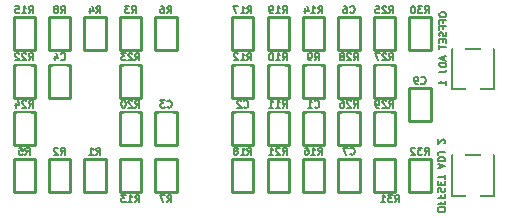
<source format=gbo>
G04 (created by PCBNEW (2013-07-07 BZR 4022)-stable) date 2014-07-07 10:16:25 AM*
%MOIN*%
G04 Gerber Fmt 3.4, Leading zero omitted, Abs format*
%FSLAX34Y34*%
G01*
G70*
G90*
G04 APERTURE LIST*
%ADD10C,0.00590551*%
%ADD11C,0.006*%
%ADD12C,0.01*%
%ADD13R,0.045X0.032*%
%ADD14O,0.0531496X0.15748*%
%ADD15R,0.0393701X0.0492126*%
%ADD16R,0.0472441X0.0492126*%
G04 APERTURE END LIST*
G54D10*
G54D11*
X36068Y-46823D02*
X36068Y-46777D01*
X36056Y-46755D01*
X36033Y-46732D01*
X35988Y-46720D01*
X35908Y-46720D01*
X35862Y-46732D01*
X35839Y-46755D01*
X35828Y-46777D01*
X35828Y-46823D01*
X35839Y-46846D01*
X35862Y-46869D01*
X35908Y-46880D01*
X35988Y-46880D01*
X36033Y-46869D01*
X36056Y-46846D01*
X36068Y-46823D01*
X35953Y-46537D02*
X35953Y-46617D01*
X35828Y-46617D02*
X36068Y-46617D01*
X36068Y-46503D01*
X35953Y-46332D02*
X35953Y-46412D01*
X35828Y-46412D02*
X36068Y-46412D01*
X36068Y-46297D01*
X35839Y-46217D02*
X35828Y-46183D01*
X35828Y-46126D01*
X35839Y-46103D01*
X35850Y-46092D01*
X35873Y-46080D01*
X35896Y-46080D01*
X35919Y-46092D01*
X35930Y-46103D01*
X35942Y-46126D01*
X35953Y-46172D01*
X35965Y-46195D01*
X35976Y-46206D01*
X35999Y-46217D01*
X36022Y-46217D01*
X36045Y-46206D01*
X36056Y-46195D01*
X36068Y-46172D01*
X36068Y-46115D01*
X36056Y-46080D01*
X35953Y-45977D02*
X35953Y-45897D01*
X35828Y-45863D02*
X35828Y-45977D01*
X36068Y-45977D01*
X36068Y-45863D01*
X36068Y-45795D02*
X36068Y-45657D01*
X35828Y-45726D02*
X36068Y-45726D01*
X35896Y-45406D02*
X35896Y-45292D01*
X35828Y-45429D02*
X36068Y-45349D01*
X35828Y-45269D01*
X35828Y-45189D02*
X36068Y-45189D01*
X36068Y-45132D01*
X36056Y-45097D01*
X36033Y-45075D01*
X36010Y-45063D01*
X35965Y-45052D01*
X35930Y-45052D01*
X35885Y-45063D01*
X35862Y-45075D01*
X35839Y-45097D01*
X35828Y-45132D01*
X35828Y-45189D01*
X36068Y-44880D02*
X35896Y-44880D01*
X35862Y-44892D01*
X35839Y-44915D01*
X35828Y-44949D01*
X35828Y-44972D01*
X36045Y-44595D02*
X36056Y-44583D01*
X36068Y-44560D01*
X36068Y-44503D01*
X36056Y-44480D01*
X36045Y-44469D01*
X36022Y-44457D01*
X35999Y-44457D01*
X35965Y-44469D01*
X35828Y-44606D01*
X35828Y-44457D01*
X35880Y-40282D02*
X35880Y-40328D01*
X35892Y-40351D01*
X35915Y-40374D01*
X35960Y-40385D01*
X36040Y-40385D01*
X36086Y-40374D01*
X36109Y-40351D01*
X36120Y-40328D01*
X36120Y-40282D01*
X36109Y-40259D01*
X36086Y-40237D01*
X36040Y-40225D01*
X35960Y-40225D01*
X35915Y-40237D01*
X35892Y-40259D01*
X35880Y-40282D01*
X35995Y-40568D02*
X35995Y-40488D01*
X36120Y-40488D02*
X35880Y-40488D01*
X35880Y-40602D01*
X35995Y-40774D02*
X35995Y-40694D01*
X36120Y-40694D02*
X35880Y-40694D01*
X35880Y-40808D01*
X36109Y-40888D02*
X36120Y-40922D01*
X36120Y-40979D01*
X36109Y-41002D01*
X36097Y-41014D01*
X36075Y-41025D01*
X36052Y-41025D01*
X36029Y-41014D01*
X36017Y-41002D01*
X36006Y-40979D01*
X35995Y-40934D01*
X35983Y-40911D01*
X35972Y-40899D01*
X35949Y-40888D01*
X35926Y-40888D01*
X35903Y-40899D01*
X35892Y-40911D01*
X35880Y-40934D01*
X35880Y-40991D01*
X35892Y-41025D01*
X35995Y-41128D02*
X35995Y-41208D01*
X36120Y-41242D02*
X36120Y-41128D01*
X35880Y-41128D01*
X35880Y-41242D01*
X35880Y-41311D02*
X35880Y-41448D01*
X36120Y-41379D02*
X35880Y-41379D01*
X36052Y-41699D02*
X36052Y-41814D01*
X36120Y-41677D02*
X35880Y-41757D01*
X36120Y-41837D01*
X36120Y-41917D02*
X35880Y-41917D01*
X35880Y-41974D01*
X35892Y-42008D01*
X35915Y-42031D01*
X35937Y-42042D01*
X35983Y-42054D01*
X36017Y-42054D01*
X36063Y-42042D01*
X36086Y-42031D01*
X36109Y-42008D01*
X36120Y-41974D01*
X36120Y-41917D01*
X35880Y-42225D02*
X36052Y-42225D01*
X36086Y-42214D01*
X36109Y-42191D01*
X36120Y-42157D01*
X36120Y-42134D01*
X36120Y-42648D02*
X36120Y-42511D01*
X36120Y-42579D02*
X35880Y-42579D01*
X35915Y-42557D01*
X35937Y-42534D01*
X35949Y-42511D01*
G54D12*
X30157Y-43070D02*
X30157Y-41968D01*
X30157Y-41968D02*
X30866Y-41968D01*
X30866Y-41968D02*
X30866Y-43070D01*
X30866Y-43070D02*
X30157Y-43070D01*
X25236Y-44645D02*
X25236Y-43543D01*
X25236Y-43543D02*
X25944Y-43543D01*
X25944Y-43543D02*
X25944Y-44645D01*
X25944Y-44645D02*
X25236Y-44645D01*
X27125Y-43543D02*
X27125Y-44645D01*
X27125Y-44645D02*
X26417Y-44645D01*
X26417Y-44645D02*
X26417Y-43543D01*
X26417Y-43543D02*
X27125Y-43543D01*
X25236Y-43070D02*
X25236Y-41968D01*
X25236Y-41968D02*
X25944Y-41968D01*
X25944Y-41968D02*
X25944Y-43070D01*
X25944Y-43070D02*
X25236Y-43070D01*
X34409Y-45118D02*
X34409Y-46220D01*
X34409Y-46220D02*
X33700Y-46220D01*
X33700Y-46220D02*
X33700Y-45118D01*
X33700Y-45118D02*
X34409Y-45118D01*
X34409Y-43543D02*
X34409Y-44645D01*
X34409Y-44645D02*
X33700Y-44645D01*
X33700Y-44645D02*
X33700Y-43543D01*
X33700Y-43543D02*
X34409Y-43543D01*
X33700Y-41496D02*
X33700Y-40393D01*
X33700Y-40393D02*
X34409Y-40393D01*
X34409Y-40393D02*
X34409Y-41496D01*
X34409Y-41496D02*
X33700Y-41496D01*
X32519Y-41496D02*
X32519Y-40393D01*
X32519Y-40393D02*
X33228Y-40393D01*
X33228Y-40393D02*
X33228Y-41496D01*
X33228Y-41496D02*
X32519Y-41496D01*
X34409Y-41968D02*
X34409Y-43070D01*
X34409Y-43070D02*
X33700Y-43070D01*
X33700Y-43070D02*
X33700Y-41968D01*
X33700Y-41968D02*
X34409Y-41968D01*
X21692Y-46220D02*
X21692Y-45118D01*
X21692Y-45118D02*
X22401Y-45118D01*
X22401Y-45118D02*
X22401Y-46220D01*
X22401Y-46220D02*
X21692Y-46220D01*
X31338Y-43070D02*
X31338Y-41968D01*
X31338Y-41968D02*
X32047Y-41968D01*
X32047Y-41968D02*
X32047Y-43070D01*
X32047Y-43070D02*
X31338Y-43070D01*
X31338Y-41496D02*
X31338Y-40393D01*
X31338Y-40393D02*
X32047Y-40393D01*
X32047Y-40393D02*
X32047Y-41496D01*
X32047Y-41496D02*
X31338Y-41496D01*
X25236Y-46220D02*
X25236Y-45118D01*
X25236Y-45118D02*
X25944Y-45118D01*
X25944Y-45118D02*
X25944Y-46220D01*
X25944Y-46220D02*
X25236Y-46220D01*
X27125Y-45118D02*
X27125Y-46220D01*
X27125Y-46220D02*
X26417Y-46220D01*
X26417Y-46220D02*
X26417Y-45118D01*
X26417Y-45118D02*
X27125Y-45118D01*
X24055Y-46220D02*
X24055Y-45118D01*
X24055Y-45118D02*
X24763Y-45118D01*
X24763Y-45118D02*
X24763Y-46220D01*
X24763Y-46220D02*
X24055Y-46220D01*
X22874Y-46220D02*
X22874Y-45118D01*
X22874Y-45118D02*
X23582Y-45118D01*
X23582Y-45118D02*
X23582Y-46220D01*
X23582Y-46220D02*
X22874Y-46220D01*
X35590Y-42755D02*
X35590Y-43858D01*
X35590Y-43858D02*
X34881Y-43858D01*
X34881Y-43858D02*
X34881Y-42755D01*
X34881Y-42755D02*
X35590Y-42755D01*
X28976Y-44645D02*
X28976Y-43543D01*
X28976Y-43543D02*
X29685Y-43543D01*
X29685Y-43543D02*
X29685Y-44645D01*
X29685Y-44645D02*
X28976Y-44645D01*
X28976Y-41496D02*
X28976Y-40393D01*
X28976Y-40393D02*
X29685Y-40393D01*
X29685Y-40393D02*
X29685Y-41496D01*
X29685Y-41496D02*
X28976Y-41496D01*
X30866Y-45118D02*
X30866Y-46220D01*
X30866Y-46220D02*
X30157Y-46220D01*
X30157Y-46220D02*
X30157Y-45118D01*
X30157Y-45118D02*
X30866Y-45118D01*
X29685Y-45118D02*
X29685Y-46220D01*
X29685Y-46220D02*
X28976Y-46220D01*
X28976Y-46220D02*
X28976Y-45118D01*
X28976Y-45118D02*
X29685Y-45118D01*
X31338Y-46220D02*
X31338Y-45118D01*
X31338Y-45118D02*
X32047Y-45118D01*
X32047Y-45118D02*
X32047Y-46220D01*
X32047Y-46220D02*
X31338Y-46220D01*
X30866Y-43543D02*
X30866Y-44645D01*
X30866Y-44645D02*
X30157Y-44645D01*
X30157Y-44645D02*
X30157Y-43543D01*
X30157Y-43543D02*
X30866Y-43543D01*
X29685Y-41968D02*
X29685Y-43070D01*
X29685Y-43070D02*
X28976Y-43070D01*
X28976Y-43070D02*
X28976Y-41968D01*
X28976Y-41968D02*
X29685Y-41968D01*
X32519Y-43070D02*
X32519Y-41968D01*
X32519Y-41968D02*
X33228Y-41968D01*
X33228Y-41968D02*
X33228Y-43070D01*
X33228Y-43070D02*
X32519Y-43070D01*
X33228Y-45118D02*
X33228Y-46220D01*
X33228Y-46220D02*
X32519Y-46220D01*
X32519Y-46220D02*
X32519Y-45118D01*
X32519Y-45118D02*
X33228Y-45118D01*
X32519Y-44645D02*
X32519Y-43543D01*
X32519Y-43543D02*
X33228Y-43543D01*
X33228Y-43543D02*
X33228Y-44645D01*
X33228Y-44645D02*
X32519Y-44645D01*
X34881Y-41496D02*
X34881Y-40393D01*
X34881Y-40393D02*
X35590Y-40393D01*
X35590Y-40393D02*
X35590Y-41496D01*
X35590Y-41496D02*
X34881Y-41496D01*
X35590Y-45118D02*
X35590Y-46220D01*
X35590Y-46220D02*
X34881Y-46220D01*
X34881Y-46220D02*
X34881Y-45118D01*
X34881Y-45118D02*
X35590Y-45118D01*
X22401Y-43543D02*
X22401Y-44645D01*
X22401Y-44645D02*
X21692Y-44645D01*
X21692Y-44645D02*
X21692Y-43543D01*
X21692Y-43543D02*
X22401Y-43543D01*
X22874Y-43070D02*
X22874Y-41968D01*
X22874Y-41968D02*
X23582Y-41968D01*
X23582Y-41968D02*
X23582Y-43070D01*
X23582Y-43070D02*
X22874Y-43070D01*
X22401Y-41968D02*
X22401Y-43070D01*
X22401Y-43070D02*
X21692Y-43070D01*
X21692Y-43070D02*
X21692Y-41968D01*
X21692Y-41968D02*
X22401Y-41968D01*
X22401Y-40393D02*
X22401Y-41496D01*
X22401Y-41496D02*
X21692Y-41496D01*
X21692Y-41496D02*
X21692Y-40393D01*
X21692Y-40393D02*
X22401Y-40393D01*
X22874Y-41496D02*
X22874Y-40393D01*
X22874Y-40393D02*
X23582Y-40393D01*
X23582Y-40393D02*
X23582Y-41496D01*
X23582Y-41496D02*
X22874Y-41496D01*
X27125Y-40393D02*
X27125Y-41496D01*
X27125Y-41496D02*
X26417Y-41496D01*
X26417Y-41496D02*
X26417Y-40393D01*
X26417Y-40393D02*
X27125Y-40393D01*
X25236Y-41496D02*
X25236Y-40393D01*
X25236Y-40393D02*
X25944Y-40393D01*
X25944Y-40393D02*
X25944Y-41496D01*
X25944Y-41496D02*
X25236Y-41496D01*
X24055Y-41496D02*
X24055Y-40393D01*
X24055Y-40393D02*
X24763Y-40393D01*
X24763Y-40393D02*
X24763Y-41496D01*
X24763Y-41496D02*
X24055Y-41496D01*
X31338Y-44645D02*
X31338Y-43543D01*
X31338Y-43543D02*
X32047Y-43543D01*
X32047Y-43543D02*
X32047Y-44645D01*
X32047Y-44645D02*
X31338Y-44645D01*
X30157Y-41496D02*
X30157Y-40393D01*
X30157Y-40393D02*
X30866Y-40393D01*
X30866Y-40393D02*
X30866Y-41496D01*
X30866Y-41496D02*
X30157Y-41496D01*
G54D10*
X37716Y-42125D02*
X37716Y-42795D01*
X37716Y-42795D02*
X36299Y-42795D01*
X36299Y-42795D02*
X36299Y-41456D01*
X36299Y-41456D02*
X37716Y-41456D01*
X37716Y-41456D02*
X37716Y-42125D01*
X37716Y-45669D02*
X37716Y-46338D01*
X37716Y-46338D02*
X36299Y-46338D01*
X36299Y-46338D02*
X36299Y-45000D01*
X36299Y-45000D02*
X37716Y-45000D01*
X37716Y-45000D02*
X37716Y-45669D01*
G54D11*
X30666Y-41829D02*
X30746Y-41715D01*
X30803Y-41829D02*
X30803Y-41589D01*
X30711Y-41589D01*
X30688Y-41600D01*
X30677Y-41612D01*
X30666Y-41635D01*
X30666Y-41669D01*
X30677Y-41692D01*
X30688Y-41703D01*
X30711Y-41715D01*
X30803Y-41715D01*
X30437Y-41829D02*
X30574Y-41829D01*
X30506Y-41829D02*
X30506Y-41589D01*
X30528Y-41623D01*
X30551Y-41646D01*
X30574Y-41657D01*
X30288Y-41589D02*
X30266Y-41589D01*
X30243Y-41600D01*
X30231Y-41612D01*
X30220Y-41635D01*
X30208Y-41680D01*
X30208Y-41737D01*
X30220Y-41783D01*
X30231Y-41806D01*
X30243Y-41817D01*
X30266Y-41829D01*
X30288Y-41829D01*
X30311Y-41817D01*
X30323Y-41806D01*
X30334Y-41783D01*
X30346Y-41737D01*
X30346Y-41680D01*
X30334Y-41635D01*
X30323Y-41612D01*
X30311Y-41600D01*
X30288Y-41589D01*
X25744Y-43404D02*
X25824Y-43289D01*
X25881Y-43404D02*
X25881Y-43164D01*
X25790Y-43164D01*
X25767Y-43175D01*
X25756Y-43187D01*
X25744Y-43209D01*
X25744Y-43244D01*
X25756Y-43267D01*
X25767Y-43278D01*
X25790Y-43289D01*
X25881Y-43289D01*
X25653Y-43187D02*
X25641Y-43175D01*
X25619Y-43164D01*
X25561Y-43164D01*
X25539Y-43175D01*
X25527Y-43187D01*
X25516Y-43209D01*
X25516Y-43232D01*
X25527Y-43267D01*
X25664Y-43404D01*
X25516Y-43404D01*
X25367Y-43164D02*
X25344Y-43164D01*
X25321Y-43175D01*
X25310Y-43187D01*
X25299Y-43209D01*
X25287Y-43255D01*
X25287Y-43312D01*
X25299Y-43358D01*
X25310Y-43381D01*
X25321Y-43392D01*
X25344Y-43404D01*
X25367Y-43404D01*
X25390Y-43392D01*
X25401Y-43381D01*
X25413Y-43358D01*
X25424Y-43312D01*
X25424Y-43255D01*
X25413Y-43209D01*
X25401Y-43187D01*
X25390Y-43175D01*
X25367Y-43164D01*
X26811Y-43381D02*
X26823Y-43392D01*
X26857Y-43404D01*
X26880Y-43404D01*
X26914Y-43392D01*
X26937Y-43369D01*
X26948Y-43347D01*
X26960Y-43301D01*
X26960Y-43267D01*
X26948Y-43221D01*
X26937Y-43198D01*
X26914Y-43175D01*
X26880Y-43164D01*
X26857Y-43164D01*
X26823Y-43175D01*
X26811Y-43187D01*
X26731Y-43164D02*
X26583Y-43164D01*
X26663Y-43255D01*
X26628Y-43255D01*
X26605Y-43267D01*
X26594Y-43278D01*
X26583Y-43301D01*
X26583Y-43358D01*
X26594Y-43381D01*
X26605Y-43392D01*
X26628Y-43404D01*
X26697Y-43404D01*
X26720Y-43392D01*
X26731Y-43381D01*
X25744Y-41829D02*
X25824Y-41715D01*
X25881Y-41829D02*
X25881Y-41589D01*
X25790Y-41589D01*
X25767Y-41600D01*
X25756Y-41612D01*
X25744Y-41635D01*
X25744Y-41669D01*
X25756Y-41692D01*
X25767Y-41703D01*
X25790Y-41715D01*
X25881Y-41715D01*
X25653Y-41612D02*
X25641Y-41600D01*
X25619Y-41589D01*
X25561Y-41589D01*
X25539Y-41600D01*
X25527Y-41612D01*
X25516Y-41635D01*
X25516Y-41657D01*
X25527Y-41692D01*
X25664Y-41829D01*
X25516Y-41829D01*
X25436Y-41589D02*
X25287Y-41589D01*
X25367Y-41680D01*
X25333Y-41680D01*
X25310Y-41692D01*
X25299Y-41703D01*
X25287Y-41726D01*
X25287Y-41783D01*
X25299Y-41806D01*
X25310Y-41817D01*
X25333Y-41829D01*
X25401Y-41829D01*
X25424Y-41817D01*
X25436Y-41806D01*
X34406Y-46553D02*
X34486Y-46439D01*
X34543Y-46553D02*
X34543Y-46313D01*
X34451Y-46313D01*
X34429Y-46325D01*
X34417Y-46336D01*
X34406Y-46359D01*
X34406Y-46393D01*
X34417Y-46416D01*
X34429Y-46428D01*
X34451Y-46439D01*
X34543Y-46439D01*
X34326Y-46313D02*
X34177Y-46313D01*
X34257Y-46405D01*
X34223Y-46405D01*
X34200Y-46416D01*
X34189Y-46428D01*
X34177Y-46450D01*
X34177Y-46508D01*
X34189Y-46530D01*
X34200Y-46542D01*
X34223Y-46553D01*
X34291Y-46553D01*
X34314Y-46542D01*
X34326Y-46530D01*
X33949Y-46553D02*
X34086Y-46553D01*
X34017Y-46553D02*
X34017Y-46313D01*
X34040Y-46348D01*
X34063Y-46370D01*
X34086Y-46382D01*
X34209Y-43404D02*
X34289Y-43289D01*
X34346Y-43404D02*
X34346Y-43164D01*
X34255Y-43164D01*
X34232Y-43175D01*
X34220Y-43187D01*
X34209Y-43209D01*
X34209Y-43244D01*
X34220Y-43267D01*
X34232Y-43278D01*
X34255Y-43289D01*
X34346Y-43289D01*
X34117Y-43187D02*
X34106Y-43175D01*
X34083Y-43164D01*
X34026Y-43164D01*
X34003Y-43175D01*
X33992Y-43187D01*
X33980Y-43209D01*
X33980Y-43232D01*
X33992Y-43267D01*
X34129Y-43404D01*
X33980Y-43404D01*
X33866Y-43404D02*
X33820Y-43404D01*
X33797Y-43392D01*
X33786Y-43381D01*
X33763Y-43347D01*
X33752Y-43301D01*
X33752Y-43209D01*
X33763Y-43187D01*
X33775Y-43175D01*
X33797Y-43164D01*
X33843Y-43164D01*
X33866Y-43175D01*
X33877Y-43187D01*
X33889Y-43209D01*
X33889Y-43267D01*
X33877Y-43289D01*
X33866Y-43301D01*
X33843Y-43312D01*
X33797Y-43312D01*
X33775Y-43301D01*
X33763Y-43289D01*
X33752Y-43267D01*
X34209Y-40254D02*
X34289Y-40140D01*
X34346Y-40254D02*
X34346Y-40014D01*
X34255Y-40014D01*
X34232Y-40026D01*
X34220Y-40037D01*
X34209Y-40060D01*
X34209Y-40094D01*
X34220Y-40117D01*
X34232Y-40128D01*
X34255Y-40140D01*
X34346Y-40140D01*
X34117Y-40037D02*
X34106Y-40026D01*
X34083Y-40014D01*
X34026Y-40014D01*
X34003Y-40026D01*
X33992Y-40037D01*
X33980Y-40060D01*
X33980Y-40083D01*
X33992Y-40117D01*
X34129Y-40254D01*
X33980Y-40254D01*
X33763Y-40014D02*
X33877Y-40014D01*
X33889Y-40128D01*
X33877Y-40117D01*
X33855Y-40106D01*
X33797Y-40106D01*
X33775Y-40117D01*
X33763Y-40128D01*
X33752Y-40151D01*
X33752Y-40208D01*
X33763Y-40231D01*
X33775Y-40243D01*
X33797Y-40254D01*
X33855Y-40254D01*
X33877Y-40243D01*
X33889Y-40231D01*
X32914Y-40231D02*
X32925Y-40243D01*
X32959Y-40254D01*
X32982Y-40254D01*
X33016Y-40243D01*
X33039Y-40220D01*
X33051Y-40197D01*
X33062Y-40151D01*
X33062Y-40117D01*
X33051Y-40071D01*
X33039Y-40048D01*
X33016Y-40026D01*
X32982Y-40014D01*
X32959Y-40014D01*
X32925Y-40026D01*
X32914Y-40037D01*
X32708Y-40014D02*
X32754Y-40014D01*
X32776Y-40026D01*
X32788Y-40037D01*
X32811Y-40071D01*
X32822Y-40117D01*
X32822Y-40208D01*
X32811Y-40231D01*
X32799Y-40243D01*
X32776Y-40254D01*
X32731Y-40254D01*
X32708Y-40243D01*
X32696Y-40231D01*
X32685Y-40208D01*
X32685Y-40151D01*
X32696Y-40128D01*
X32708Y-40117D01*
X32731Y-40106D01*
X32776Y-40106D01*
X32799Y-40117D01*
X32811Y-40128D01*
X32822Y-40151D01*
X34209Y-41829D02*
X34289Y-41715D01*
X34346Y-41829D02*
X34346Y-41589D01*
X34255Y-41589D01*
X34232Y-41600D01*
X34220Y-41612D01*
X34209Y-41635D01*
X34209Y-41669D01*
X34220Y-41692D01*
X34232Y-41703D01*
X34255Y-41715D01*
X34346Y-41715D01*
X34117Y-41612D02*
X34106Y-41600D01*
X34083Y-41589D01*
X34026Y-41589D01*
X34003Y-41600D01*
X33992Y-41612D01*
X33980Y-41635D01*
X33980Y-41657D01*
X33992Y-41692D01*
X34129Y-41829D01*
X33980Y-41829D01*
X33900Y-41589D02*
X33740Y-41589D01*
X33843Y-41829D01*
X22087Y-44979D02*
X22167Y-44864D01*
X22224Y-44979D02*
X22224Y-44739D01*
X22132Y-44739D01*
X22110Y-44750D01*
X22098Y-44761D01*
X22087Y-44784D01*
X22087Y-44819D01*
X22098Y-44841D01*
X22110Y-44853D01*
X22132Y-44864D01*
X22224Y-44864D01*
X21870Y-44739D02*
X21984Y-44739D01*
X21995Y-44853D01*
X21984Y-44841D01*
X21961Y-44830D01*
X21904Y-44830D01*
X21881Y-44841D01*
X21870Y-44853D01*
X21858Y-44876D01*
X21858Y-44933D01*
X21870Y-44956D01*
X21881Y-44967D01*
X21904Y-44979D01*
X21961Y-44979D01*
X21984Y-44967D01*
X21995Y-44956D01*
X31732Y-41829D02*
X31812Y-41715D01*
X31870Y-41829D02*
X31870Y-41589D01*
X31778Y-41589D01*
X31755Y-41600D01*
X31744Y-41612D01*
X31732Y-41635D01*
X31732Y-41669D01*
X31744Y-41692D01*
X31755Y-41703D01*
X31778Y-41715D01*
X31870Y-41715D01*
X31618Y-41829D02*
X31572Y-41829D01*
X31550Y-41817D01*
X31538Y-41806D01*
X31515Y-41772D01*
X31504Y-41726D01*
X31504Y-41635D01*
X31515Y-41612D01*
X31527Y-41600D01*
X31550Y-41589D01*
X31595Y-41589D01*
X31618Y-41600D01*
X31630Y-41612D01*
X31641Y-41635D01*
X31641Y-41692D01*
X31630Y-41715D01*
X31618Y-41726D01*
X31595Y-41737D01*
X31550Y-41737D01*
X31527Y-41726D01*
X31515Y-41715D01*
X31504Y-41692D01*
X31847Y-40254D02*
X31927Y-40140D01*
X31984Y-40254D02*
X31984Y-40014D01*
X31892Y-40014D01*
X31870Y-40026D01*
X31858Y-40037D01*
X31847Y-40060D01*
X31847Y-40094D01*
X31858Y-40117D01*
X31870Y-40128D01*
X31892Y-40140D01*
X31984Y-40140D01*
X31618Y-40254D02*
X31755Y-40254D01*
X31687Y-40254D02*
X31687Y-40014D01*
X31710Y-40048D01*
X31732Y-40071D01*
X31755Y-40083D01*
X31412Y-40094D02*
X31412Y-40254D01*
X31470Y-40003D02*
X31527Y-40174D01*
X31378Y-40174D01*
X25744Y-46553D02*
X25824Y-46439D01*
X25881Y-46553D02*
X25881Y-46313D01*
X25790Y-46313D01*
X25767Y-46325D01*
X25756Y-46336D01*
X25744Y-46359D01*
X25744Y-46393D01*
X25756Y-46416D01*
X25767Y-46428D01*
X25790Y-46439D01*
X25881Y-46439D01*
X25516Y-46553D02*
X25653Y-46553D01*
X25584Y-46553D02*
X25584Y-46313D01*
X25607Y-46348D01*
X25630Y-46370D01*
X25653Y-46382D01*
X25436Y-46313D02*
X25287Y-46313D01*
X25367Y-46405D01*
X25333Y-46405D01*
X25310Y-46416D01*
X25299Y-46428D01*
X25287Y-46450D01*
X25287Y-46508D01*
X25299Y-46530D01*
X25310Y-46542D01*
X25333Y-46553D01*
X25401Y-46553D01*
X25424Y-46542D01*
X25436Y-46530D01*
X26811Y-46553D02*
X26891Y-46439D01*
X26948Y-46553D02*
X26948Y-46313D01*
X26857Y-46313D01*
X26834Y-46325D01*
X26823Y-46336D01*
X26811Y-46359D01*
X26811Y-46393D01*
X26823Y-46416D01*
X26834Y-46428D01*
X26857Y-46439D01*
X26948Y-46439D01*
X26731Y-46313D02*
X26571Y-46313D01*
X26674Y-46553D01*
X24449Y-44979D02*
X24529Y-44864D01*
X24586Y-44979D02*
X24586Y-44739D01*
X24495Y-44739D01*
X24472Y-44750D01*
X24460Y-44761D01*
X24449Y-44784D01*
X24449Y-44819D01*
X24460Y-44841D01*
X24472Y-44853D01*
X24495Y-44864D01*
X24586Y-44864D01*
X24220Y-44979D02*
X24358Y-44979D01*
X24289Y-44979D02*
X24289Y-44739D01*
X24312Y-44773D01*
X24335Y-44796D01*
X24358Y-44807D01*
X23268Y-44979D02*
X23348Y-44864D01*
X23405Y-44979D02*
X23405Y-44739D01*
X23314Y-44739D01*
X23291Y-44750D01*
X23279Y-44761D01*
X23268Y-44784D01*
X23268Y-44819D01*
X23279Y-44841D01*
X23291Y-44853D01*
X23314Y-44864D01*
X23405Y-44864D01*
X23176Y-44761D02*
X23165Y-44750D01*
X23142Y-44739D01*
X23085Y-44739D01*
X23062Y-44750D01*
X23051Y-44761D01*
X23039Y-44784D01*
X23039Y-44807D01*
X23051Y-44841D01*
X23188Y-44979D01*
X23039Y-44979D01*
X35276Y-42593D02*
X35287Y-42605D01*
X35321Y-42616D01*
X35344Y-42616D01*
X35379Y-42605D01*
X35401Y-42582D01*
X35413Y-42559D01*
X35424Y-42513D01*
X35424Y-42479D01*
X35413Y-42433D01*
X35401Y-42411D01*
X35379Y-42388D01*
X35344Y-42376D01*
X35321Y-42376D01*
X35287Y-42388D01*
X35276Y-42399D01*
X35161Y-42616D02*
X35116Y-42616D01*
X35093Y-42605D01*
X35081Y-42593D01*
X35059Y-42559D01*
X35047Y-42513D01*
X35047Y-42422D01*
X35059Y-42399D01*
X35070Y-42388D01*
X35093Y-42376D01*
X35139Y-42376D01*
X35161Y-42388D01*
X35173Y-42399D01*
X35184Y-42422D01*
X35184Y-42479D01*
X35173Y-42502D01*
X35161Y-42513D01*
X35139Y-42525D01*
X35093Y-42525D01*
X35070Y-42513D01*
X35059Y-42502D01*
X35047Y-42479D01*
X29370Y-43381D02*
X29382Y-43392D01*
X29416Y-43404D01*
X29439Y-43404D01*
X29473Y-43392D01*
X29496Y-43369D01*
X29507Y-43347D01*
X29519Y-43301D01*
X29519Y-43267D01*
X29507Y-43221D01*
X29496Y-43198D01*
X29473Y-43175D01*
X29439Y-43164D01*
X29416Y-43164D01*
X29382Y-43175D01*
X29370Y-43187D01*
X29279Y-43187D02*
X29267Y-43175D01*
X29244Y-43164D01*
X29187Y-43164D01*
X29164Y-43175D01*
X29153Y-43187D01*
X29142Y-43209D01*
X29142Y-43232D01*
X29153Y-43267D01*
X29290Y-43404D01*
X29142Y-43404D01*
X29484Y-40254D02*
X29564Y-40140D01*
X29622Y-40254D02*
X29622Y-40014D01*
X29530Y-40014D01*
X29507Y-40026D01*
X29496Y-40037D01*
X29484Y-40060D01*
X29484Y-40094D01*
X29496Y-40117D01*
X29507Y-40128D01*
X29530Y-40140D01*
X29622Y-40140D01*
X29256Y-40254D02*
X29393Y-40254D01*
X29324Y-40254D02*
X29324Y-40014D01*
X29347Y-40048D01*
X29370Y-40071D01*
X29393Y-40083D01*
X29176Y-40014D02*
X29016Y-40014D01*
X29119Y-40254D01*
X30666Y-44979D02*
X30746Y-44864D01*
X30803Y-44979D02*
X30803Y-44739D01*
X30711Y-44739D01*
X30688Y-44750D01*
X30677Y-44761D01*
X30666Y-44784D01*
X30666Y-44819D01*
X30677Y-44841D01*
X30688Y-44853D01*
X30711Y-44864D01*
X30803Y-44864D01*
X30574Y-44761D02*
X30563Y-44750D01*
X30540Y-44739D01*
X30483Y-44739D01*
X30460Y-44750D01*
X30448Y-44761D01*
X30437Y-44784D01*
X30437Y-44807D01*
X30448Y-44841D01*
X30586Y-44979D01*
X30437Y-44979D01*
X30208Y-44979D02*
X30346Y-44979D01*
X30277Y-44979D02*
X30277Y-44739D01*
X30300Y-44773D01*
X30323Y-44796D01*
X30346Y-44807D01*
X29484Y-44979D02*
X29564Y-44864D01*
X29622Y-44979D02*
X29622Y-44739D01*
X29530Y-44739D01*
X29507Y-44750D01*
X29496Y-44761D01*
X29484Y-44784D01*
X29484Y-44819D01*
X29496Y-44841D01*
X29507Y-44853D01*
X29530Y-44864D01*
X29622Y-44864D01*
X29256Y-44979D02*
X29393Y-44979D01*
X29324Y-44979D02*
X29324Y-44739D01*
X29347Y-44773D01*
X29370Y-44796D01*
X29393Y-44807D01*
X29119Y-44841D02*
X29142Y-44830D01*
X29153Y-44819D01*
X29164Y-44796D01*
X29164Y-44784D01*
X29153Y-44761D01*
X29142Y-44750D01*
X29119Y-44739D01*
X29073Y-44739D01*
X29050Y-44750D01*
X29039Y-44761D01*
X29027Y-44784D01*
X29027Y-44796D01*
X29039Y-44819D01*
X29050Y-44830D01*
X29073Y-44841D01*
X29119Y-44841D01*
X29142Y-44853D01*
X29153Y-44864D01*
X29164Y-44887D01*
X29164Y-44933D01*
X29153Y-44956D01*
X29142Y-44967D01*
X29119Y-44979D01*
X29073Y-44979D01*
X29050Y-44967D01*
X29039Y-44956D01*
X29027Y-44933D01*
X29027Y-44887D01*
X29039Y-44864D01*
X29050Y-44853D01*
X29073Y-44841D01*
X31847Y-44979D02*
X31927Y-44864D01*
X31984Y-44979D02*
X31984Y-44739D01*
X31892Y-44739D01*
X31870Y-44750D01*
X31858Y-44761D01*
X31847Y-44784D01*
X31847Y-44819D01*
X31858Y-44841D01*
X31870Y-44853D01*
X31892Y-44864D01*
X31984Y-44864D01*
X31618Y-44979D02*
X31755Y-44979D01*
X31687Y-44979D02*
X31687Y-44739D01*
X31710Y-44773D01*
X31732Y-44796D01*
X31755Y-44807D01*
X31412Y-44739D02*
X31458Y-44739D01*
X31481Y-44750D01*
X31492Y-44761D01*
X31515Y-44796D01*
X31527Y-44841D01*
X31527Y-44933D01*
X31515Y-44956D01*
X31504Y-44967D01*
X31481Y-44979D01*
X31435Y-44979D01*
X31412Y-44967D01*
X31401Y-44956D01*
X31390Y-44933D01*
X31390Y-44876D01*
X31401Y-44853D01*
X31412Y-44841D01*
X31435Y-44830D01*
X31481Y-44830D01*
X31504Y-44841D01*
X31515Y-44853D01*
X31527Y-44876D01*
X30666Y-43404D02*
X30746Y-43289D01*
X30803Y-43404D02*
X30803Y-43164D01*
X30711Y-43164D01*
X30688Y-43175D01*
X30677Y-43187D01*
X30666Y-43209D01*
X30666Y-43244D01*
X30677Y-43267D01*
X30688Y-43278D01*
X30711Y-43289D01*
X30803Y-43289D01*
X30437Y-43404D02*
X30574Y-43404D01*
X30506Y-43404D02*
X30506Y-43164D01*
X30528Y-43198D01*
X30551Y-43221D01*
X30574Y-43232D01*
X30208Y-43404D02*
X30346Y-43404D01*
X30277Y-43404D02*
X30277Y-43164D01*
X30300Y-43198D01*
X30323Y-43221D01*
X30346Y-43232D01*
X29484Y-41829D02*
X29564Y-41715D01*
X29622Y-41829D02*
X29622Y-41589D01*
X29530Y-41589D01*
X29507Y-41600D01*
X29496Y-41612D01*
X29484Y-41635D01*
X29484Y-41669D01*
X29496Y-41692D01*
X29507Y-41703D01*
X29530Y-41715D01*
X29622Y-41715D01*
X29256Y-41829D02*
X29393Y-41829D01*
X29324Y-41829D02*
X29324Y-41589D01*
X29347Y-41623D01*
X29370Y-41646D01*
X29393Y-41657D01*
X29164Y-41612D02*
X29153Y-41600D01*
X29130Y-41589D01*
X29073Y-41589D01*
X29050Y-41600D01*
X29039Y-41612D01*
X29027Y-41635D01*
X29027Y-41657D01*
X29039Y-41692D01*
X29176Y-41829D01*
X29027Y-41829D01*
X33028Y-41829D02*
X33108Y-41715D01*
X33165Y-41829D02*
X33165Y-41589D01*
X33074Y-41589D01*
X33051Y-41600D01*
X33039Y-41612D01*
X33028Y-41635D01*
X33028Y-41669D01*
X33039Y-41692D01*
X33051Y-41703D01*
X33074Y-41715D01*
X33165Y-41715D01*
X32936Y-41612D02*
X32925Y-41600D01*
X32902Y-41589D01*
X32845Y-41589D01*
X32822Y-41600D01*
X32811Y-41612D01*
X32799Y-41635D01*
X32799Y-41657D01*
X32811Y-41692D01*
X32948Y-41829D01*
X32799Y-41829D01*
X32662Y-41692D02*
X32685Y-41680D01*
X32696Y-41669D01*
X32708Y-41646D01*
X32708Y-41635D01*
X32696Y-41612D01*
X32685Y-41600D01*
X32662Y-41589D01*
X32616Y-41589D01*
X32594Y-41600D01*
X32582Y-41612D01*
X32571Y-41635D01*
X32571Y-41646D01*
X32582Y-41669D01*
X32594Y-41680D01*
X32616Y-41692D01*
X32662Y-41692D01*
X32685Y-41703D01*
X32696Y-41715D01*
X32708Y-41737D01*
X32708Y-41783D01*
X32696Y-41806D01*
X32685Y-41817D01*
X32662Y-41829D01*
X32616Y-41829D01*
X32594Y-41817D01*
X32582Y-41806D01*
X32571Y-41783D01*
X32571Y-41737D01*
X32582Y-41715D01*
X32594Y-41703D01*
X32616Y-41692D01*
X32914Y-44956D02*
X32925Y-44967D01*
X32959Y-44979D01*
X32982Y-44979D01*
X33016Y-44967D01*
X33039Y-44944D01*
X33051Y-44921D01*
X33062Y-44876D01*
X33062Y-44841D01*
X33051Y-44796D01*
X33039Y-44773D01*
X33016Y-44750D01*
X32982Y-44739D01*
X32959Y-44739D01*
X32925Y-44750D01*
X32914Y-44761D01*
X32834Y-44739D02*
X32674Y-44739D01*
X32776Y-44979D01*
X33028Y-43404D02*
X33108Y-43289D01*
X33165Y-43404D02*
X33165Y-43164D01*
X33074Y-43164D01*
X33051Y-43175D01*
X33039Y-43187D01*
X33028Y-43209D01*
X33028Y-43244D01*
X33039Y-43267D01*
X33051Y-43278D01*
X33074Y-43289D01*
X33165Y-43289D01*
X32936Y-43187D02*
X32925Y-43175D01*
X32902Y-43164D01*
X32845Y-43164D01*
X32822Y-43175D01*
X32811Y-43187D01*
X32799Y-43209D01*
X32799Y-43232D01*
X32811Y-43267D01*
X32948Y-43404D01*
X32799Y-43404D01*
X32594Y-43164D02*
X32639Y-43164D01*
X32662Y-43175D01*
X32674Y-43187D01*
X32696Y-43221D01*
X32708Y-43267D01*
X32708Y-43358D01*
X32696Y-43381D01*
X32685Y-43392D01*
X32662Y-43404D01*
X32616Y-43404D01*
X32594Y-43392D01*
X32582Y-43381D01*
X32571Y-43358D01*
X32571Y-43301D01*
X32582Y-43278D01*
X32594Y-43267D01*
X32616Y-43255D01*
X32662Y-43255D01*
X32685Y-43267D01*
X32696Y-43278D01*
X32708Y-43301D01*
X35390Y-40254D02*
X35470Y-40140D01*
X35527Y-40254D02*
X35527Y-40014D01*
X35436Y-40014D01*
X35413Y-40026D01*
X35401Y-40037D01*
X35390Y-40060D01*
X35390Y-40094D01*
X35401Y-40117D01*
X35413Y-40128D01*
X35436Y-40140D01*
X35527Y-40140D01*
X35310Y-40014D02*
X35161Y-40014D01*
X35241Y-40106D01*
X35207Y-40106D01*
X35184Y-40117D01*
X35173Y-40128D01*
X35161Y-40151D01*
X35161Y-40208D01*
X35173Y-40231D01*
X35184Y-40243D01*
X35207Y-40254D01*
X35276Y-40254D01*
X35299Y-40243D01*
X35310Y-40231D01*
X35013Y-40014D02*
X34990Y-40014D01*
X34967Y-40026D01*
X34956Y-40037D01*
X34944Y-40060D01*
X34933Y-40106D01*
X34933Y-40163D01*
X34944Y-40208D01*
X34956Y-40231D01*
X34967Y-40243D01*
X34990Y-40254D01*
X35013Y-40254D01*
X35036Y-40243D01*
X35047Y-40231D01*
X35059Y-40208D01*
X35070Y-40163D01*
X35070Y-40106D01*
X35059Y-40060D01*
X35047Y-40037D01*
X35036Y-40026D01*
X35013Y-40014D01*
X35390Y-44979D02*
X35470Y-44864D01*
X35527Y-44979D02*
X35527Y-44739D01*
X35436Y-44739D01*
X35413Y-44750D01*
X35401Y-44761D01*
X35390Y-44784D01*
X35390Y-44819D01*
X35401Y-44841D01*
X35413Y-44853D01*
X35436Y-44864D01*
X35527Y-44864D01*
X35310Y-44739D02*
X35161Y-44739D01*
X35241Y-44830D01*
X35207Y-44830D01*
X35184Y-44841D01*
X35173Y-44853D01*
X35161Y-44876D01*
X35161Y-44933D01*
X35173Y-44956D01*
X35184Y-44967D01*
X35207Y-44979D01*
X35276Y-44979D01*
X35299Y-44967D01*
X35310Y-44956D01*
X35070Y-44761D02*
X35059Y-44750D01*
X35036Y-44739D01*
X34979Y-44739D01*
X34956Y-44750D01*
X34944Y-44761D01*
X34933Y-44784D01*
X34933Y-44807D01*
X34944Y-44841D01*
X35081Y-44979D01*
X34933Y-44979D01*
X22201Y-43404D02*
X22281Y-43289D01*
X22338Y-43404D02*
X22338Y-43164D01*
X22247Y-43164D01*
X22224Y-43175D01*
X22212Y-43187D01*
X22201Y-43209D01*
X22201Y-43244D01*
X22212Y-43267D01*
X22224Y-43278D01*
X22247Y-43289D01*
X22338Y-43289D01*
X22110Y-43187D02*
X22098Y-43175D01*
X22075Y-43164D01*
X22018Y-43164D01*
X21995Y-43175D01*
X21984Y-43187D01*
X21972Y-43209D01*
X21972Y-43232D01*
X21984Y-43267D01*
X22121Y-43404D01*
X21972Y-43404D01*
X21767Y-43244D02*
X21767Y-43404D01*
X21824Y-43152D02*
X21881Y-43324D01*
X21732Y-43324D01*
X23268Y-41806D02*
X23279Y-41817D01*
X23314Y-41829D01*
X23336Y-41829D01*
X23371Y-41817D01*
X23394Y-41795D01*
X23405Y-41772D01*
X23416Y-41726D01*
X23416Y-41692D01*
X23405Y-41646D01*
X23394Y-41623D01*
X23371Y-41600D01*
X23336Y-41589D01*
X23314Y-41589D01*
X23279Y-41600D01*
X23268Y-41612D01*
X23062Y-41669D02*
X23062Y-41829D01*
X23119Y-41577D02*
X23176Y-41749D01*
X23028Y-41749D01*
X22201Y-41829D02*
X22281Y-41715D01*
X22338Y-41829D02*
X22338Y-41589D01*
X22247Y-41589D01*
X22224Y-41600D01*
X22212Y-41612D01*
X22201Y-41635D01*
X22201Y-41669D01*
X22212Y-41692D01*
X22224Y-41703D01*
X22247Y-41715D01*
X22338Y-41715D01*
X22110Y-41612D02*
X22098Y-41600D01*
X22075Y-41589D01*
X22018Y-41589D01*
X21995Y-41600D01*
X21984Y-41612D01*
X21972Y-41635D01*
X21972Y-41657D01*
X21984Y-41692D01*
X22121Y-41829D01*
X21972Y-41829D01*
X21881Y-41612D02*
X21870Y-41600D01*
X21847Y-41589D01*
X21790Y-41589D01*
X21767Y-41600D01*
X21755Y-41612D01*
X21744Y-41635D01*
X21744Y-41657D01*
X21755Y-41692D01*
X21892Y-41829D01*
X21744Y-41829D01*
X22201Y-40254D02*
X22281Y-40140D01*
X22338Y-40254D02*
X22338Y-40014D01*
X22247Y-40014D01*
X22224Y-40026D01*
X22212Y-40037D01*
X22201Y-40060D01*
X22201Y-40094D01*
X22212Y-40117D01*
X22224Y-40128D01*
X22247Y-40140D01*
X22338Y-40140D01*
X21972Y-40254D02*
X22110Y-40254D01*
X22041Y-40254D02*
X22041Y-40014D01*
X22064Y-40048D01*
X22087Y-40071D01*
X22110Y-40083D01*
X21755Y-40014D02*
X21870Y-40014D01*
X21881Y-40128D01*
X21870Y-40117D01*
X21847Y-40106D01*
X21790Y-40106D01*
X21767Y-40117D01*
X21755Y-40128D01*
X21744Y-40151D01*
X21744Y-40208D01*
X21755Y-40231D01*
X21767Y-40243D01*
X21790Y-40254D01*
X21847Y-40254D01*
X21870Y-40243D01*
X21881Y-40231D01*
X23268Y-40254D02*
X23348Y-40140D01*
X23405Y-40254D02*
X23405Y-40014D01*
X23314Y-40014D01*
X23291Y-40026D01*
X23279Y-40037D01*
X23268Y-40060D01*
X23268Y-40094D01*
X23279Y-40117D01*
X23291Y-40128D01*
X23314Y-40140D01*
X23405Y-40140D01*
X23131Y-40117D02*
X23154Y-40106D01*
X23165Y-40094D01*
X23176Y-40071D01*
X23176Y-40060D01*
X23165Y-40037D01*
X23154Y-40026D01*
X23131Y-40014D01*
X23085Y-40014D01*
X23062Y-40026D01*
X23051Y-40037D01*
X23039Y-40060D01*
X23039Y-40071D01*
X23051Y-40094D01*
X23062Y-40106D01*
X23085Y-40117D01*
X23131Y-40117D01*
X23154Y-40128D01*
X23165Y-40140D01*
X23176Y-40163D01*
X23176Y-40208D01*
X23165Y-40231D01*
X23154Y-40243D01*
X23131Y-40254D01*
X23085Y-40254D01*
X23062Y-40243D01*
X23051Y-40231D01*
X23039Y-40208D01*
X23039Y-40163D01*
X23051Y-40140D01*
X23062Y-40128D01*
X23085Y-40117D01*
X26811Y-40254D02*
X26891Y-40140D01*
X26948Y-40254D02*
X26948Y-40014D01*
X26857Y-40014D01*
X26834Y-40026D01*
X26823Y-40037D01*
X26811Y-40060D01*
X26811Y-40094D01*
X26823Y-40117D01*
X26834Y-40128D01*
X26857Y-40140D01*
X26948Y-40140D01*
X26605Y-40014D02*
X26651Y-40014D01*
X26674Y-40026D01*
X26685Y-40037D01*
X26708Y-40071D01*
X26720Y-40117D01*
X26720Y-40208D01*
X26708Y-40231D01*
X26697Y-40243D01*
X26674Y-40254D01*
X26628Y-40254D01*
X26605Y-40243D01*
X26594Y-40231D01*
X26583Y-40208D01*
X26583Y-40151D01*
X26594Y-40128D01*
X26605Y-40117D01*
X26628Y-40106D01*
X26674Y-40106D01*
X26697Y-40117D01*
X26708Y-40128D01*
X26720Y-40151D01*
X25630Y-40254D02*
X25710Y-40140D01*
X25767Y-40254D02*
X25767Y-40014D01*
X25676Y-40014D01*
X25653Y-40026D01*
X25641Y-40037D01*
X25630Y-40060D01*
X25630Y-40094D01*
X25641Y-40117D01*
X25653Y-40128D01*
X25676Y-40140D01*
X25767Y-40140D01*
X25550Y-40014D02*
X25401Y-40014D01*
X25481Y-40106D01*
X25447Y-40106D01*
X25424Y-40117D01*
X25413Y-40128D01*
X25401Y-40151D01*
X25401Y-40208D01*
X25413Y-40231D01*
X25424Y-40243D01*
X25447Y-40254D01*
X25516Y-40254D01*
X25539Y-40243D01*
X25550Y-40231D01*
X24449Y-40254D02*
X24529Y-40140D01*
X24586Y-40254D02*
X24586Y-40014D01*
X24495Y-40014D01*
X24472Y-40026D01*
X24460Y-40037D01*
X24449Y-40060D01*
X24449Y-40094D01*
X24460Y-40117D01*
X24472Y-40128D01*
X24495Y-40140D01*
X24586Y-40140D01*
X24243Y-40094D02*
X24243Y-40254D01*
X24300Y-40003D02*
X24358Y-40174D01*
X24209Y-40174D01*
X31732Y-43381D02*
X31744Y-43392D01*
X31778Y-43404D01*
X31801Y-43404D01*
X31835Y-43392D01*
X31858Y-43369D01*
X31870Y-43347D01*
X31881Y-43301D01*
X31881Y-43267D01*
X31870Y-43221D01*
X31858Y-43198D01*
X31835Y-43175D01*
X31801Y-43164D01*
X31778Y-43164D01*
X31744Y-43175D01*
X31732Y-43187D01*
X31504Y-43404D02*
X31641Y-43404D01*
X31572Y-43404D02*
X31572Y-43164D01*
X31595Y-43198D01*
X31618Y-43221D01*
X31641Y-43232D01*
X30666Y-40254D02*
X30746Y-40140D01*
X30803Y-40254D02*
X30803Y-40014D01*
X30711Y-40014D01*
X30688Y-40026D01*
X30677Y-40037D01*
X30666Y-40060D01*
X30666Y-40094D01*
X30677Y-40117D01*
X30688Y-40128D01*
X30711Y-40140D01*
X30803Y-40140D01*
X30437Y-40254D02*
X30574Y-40254D01*
X30506Y-40254D02*
X30506Y-40014D01*
X30528Y-40048D01*
X30551Y-40071D01*
X30574Y-40083D01*
X30323Y-40254D02*
X30277Y-40254D01*
X30254Y-40243D01*
X30243Y-40231D01*
X30220Y-40197D01*
X30208Y-40151D01*
X30208Y-40060D01*
X30220Y-40037D01*
X30231Y-40026D01*
X30254Y-40014D01*
X30300Y-40014D01*
X30323Y-40026D01*
X30334Y-40037D01*
X30346Y-40060D01*
X30346Y-40117D01*
X30334Y-40140D01*
X30323Y-40151D01*
X30300Y-40163D01*
X30254Y-40163D01*
X30231Y-40151D01*
X30220Y-40140D01*
X30208Y-40117D01*
%LPC*%
G54D13*
X30511Y-42854D03*
X30511Y-42184D03*
X25590Y-44429D03*
X25590Y-43759D03*
X26771Y-43759D03*
X26771Y-44429D03*
X25590Y-42854D03*
X25590Y-42184D03*
X34055Y-45334D03*
X34055Y-46004D03*
X34055Y-43759D03*
X34055Y-44429D03*
X34055Y-41279D03*
X34055Y-40609D03*
X32874Y-41279D03*
X32874Y-40609D03*
X34055Y-42184D03*
X34055Y-42854D03*
X22047Y-46004D03*
X22047Y-45334D03*
X31692Y-42854D03*
X31692Y-42184D03*
X31692Y-41279D03*
X31692Y-40609D03*
X25590Y-46004D03*
X25590Y-45334D03*
X26771Y-45334D03*
X26771Y-46004D03*
X24409Y-46004D03*
X24409Y-45334D03*
X23228Y-46004D03*
X23228Y-45334D03*
X35236Y-42972D03*
X35236Y-43642D03*
X29330Y-44429D03*
X29330Y-43759D03*
X29330Y-41279D03*
X29330Y-40609D03*
X30511Y-45334D03*
X30511Y-46004D03*
X29330Y-45334D03*
X29330Y-46004D03*
X31692Y-46004D03*
X31692Y-45334D03*
X30511Y-43759D03*
X30511Y-44429D03*
X29330Y-42184D03*
X29330Y-42854D03*
X32874Y-42854D03*
X32874Y-42184D03*
X32874Y-45334D03*
X32874Y-46004D03*
X32874Y-44429D03*
X32874Y-43759D03*
X35236Y-41279D03*
X35236Y-40609D03*
X35236Y-45334D03*
X35236Y-46004D03*
X22047Y-43759D03*
X22047Y-44429D03*
X23228Y-42854D03*
X23228Y-42184D03*
X22047Y-42184D03*
X22047Y-42854D03*
X22047Y-40609D03*
X22047Y-41279D03*
X23228Y-41279D03*
X23228Y-40609D03*
X26771Y-40609D03*
X26771Y-41279D03*
X25590Y-41279D03*
X25590Y-40609D03*
X24409Y-41279D03*
X24409Y-40609D03*
X31692Y-44429D03*
X31692Y-43759D03*
X30511Y-41279D03*
X30511Y-40609D03*
G54D14*
X34921Y-47519D03*
X33921Y-47519D03*
X32921Y-47519D03*
X31921Y-47519D03*
X30921Y-47519D03*
X29921Y-47519D03*
X28921Y-47519D03*
X27921Y-47519D03*
X26921Y-47519D03*
X25921Y-47519D03*
X24921Y-47519D03*
X23921Y-47519D03*
G54D15*
X37460Y-41397D03*
X36555Y-41397D03*
G54D16*
X37007Y-42854D03*
G54D15*
X37460Y-44940D03*
X36555Y-44940D03*
G54D16*
X37007Y-46397D03*
M02*

</source>
